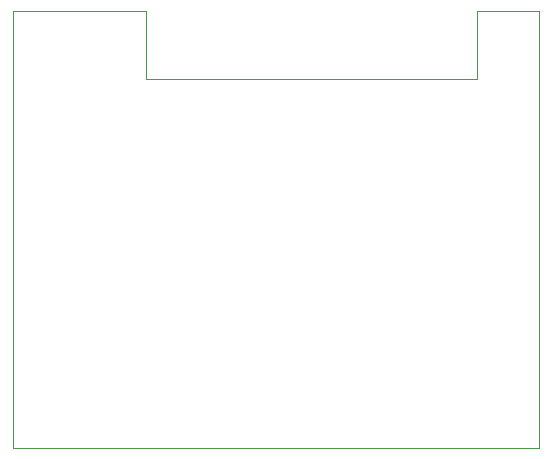
<source format=gbr>
%TF.GenerationSoftware,KiCad,Pcbnew,(5.1.9-0-10_14)*%
%TF.CreationDate,2021-03-09T10:31:21+00:00*%
%TF.ProjectId,OLED,4f4c4544-2e6b-4696-9361-645f70636258,rev?*%
%TF.SameCoordinates,Original*%
%TF.FileFunction,Profile,NP*%
%FSLAX46Y46*%
G04 Gerber Fmt 4.6, Leading zero omitted, Abs format (unit mm)*
G04 Created by KiCad (PCBNEW (5.1.9-0-10_14)) date 2021-03-09 10:31:21*
%MOMM*%
%LPD*%
G01*
G04 APERTURE LIST*
%TA.AperFunction,Profile*%
%ADD10C,0.050000*%
%TD*%
G04 APERTURE END LIST*
D10*
X101250000Y-63000000D02*
X101250000Y-68750000D01*
X129250000Y-63000000D02*
X134500000Y-63000000D01*
X129250000Y-68750000D02*
X129250000Y-63000000D01*
X101250000Y-68750000D02*
X129250000Y-68750000D01*
X101250000Y-63000000D02*
X90000000Y-63000000D01*
X134500000Y-100000000D02*
X90000000Y-100000000D01*
X134500000Y-63000000D02*
X134500000Y-100000000D01*
X90000000Y-100000000D02*
X90000000Y-63000000D01*
M02*

</source>
